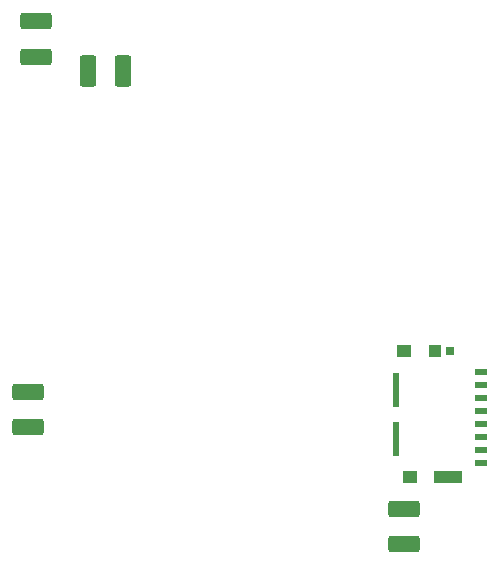
<source format=gbr>
%TF.GenerationSoftware,KiCad,Pcbnew,(6.0.2)*%
%TF.CreationDate,2022-04-05T14:05:12-06:00*%
%TF.ProjectId,F4Lite_THTV1,46344c69-7465-45f5-9448-5456312e6b69,rev?*%
%TF.SameCoordinates,Original*%
%TF.FileFunction,Paste,Top*%
%TF.FilePolarity,Positive*%
%FSLAX46Y46*%
G04 Gerber Fmt 4.6, Leading zero omitted, Abs format (unit mm)*
G04 Created by KiCad (PCBNEW (6.0.2)) date 2022-04-05 14:05:12*
%MOMM*%
%LPD*%
G01*
G04 APERTURE LIST*
G04 Aperture macros list*
%AMRoundRect*
0 Rectangle with rounded corners*
0 $1 Rounding radius*
0 $2 $3 $4 $5 $6 $7 $8 $9 X,Y pos of 4 corners*
0 Add a 4 corners polygon primitive as box body*
4,1,4,$2,$3,$4,$5,$6,$7,$8,$9,$2,$3,0*
0 Add four circle primitives for the rounded corners*
1,1,$1+$1,$2,$3*
1,1,$1+$1,$4,$5*
1,1,$1+$1,$6,$7*
1,1,$1+$1,$8,$9*
0 Add four rect primitives between the rounded corners*
20,1,$1+$1,$2,$3,$4,$5,0*
20,1,$1+$1,$4,$5,$6,$7,0*
20,1,$1+$1,$6,$7,$8,$9,0*
20,1,$1+$1,$8,$9,$2,$3,0*%
G04 Aperture macros list end*
%ADD10RoundRect,0.250001X0.462499X1.074999X-0.462499X1.074999X-0.462499X-1.074999X0.462499X-1.074999X0*%
%ADD11RoundRect,0.250001X-1.074999X0.462499X-1.074999X-0.462499X1.074999X-0.462499X1.074999X0.462499X0*%
%ADD12R,0.550000X2.910000*%
%ADD13R,1.000000X0.500000*%
%ADD14R,0.780000X0.720000*%
%ADD15R,1.200000X1.050000*%
%ADD16R,2.390000X1.050000*%
%ADD17R,1.080000X1.050000*%
G04 APERTURE END LIST*
D10*
%TO.C,C2*%
X130746500Y-74676000D03*
X127771500Y-74676000D03*
%TD*%
D11*
%TO.C,C3*%
X122682000Y-101854000D03*
X122682000Y-104829000D03*
%TD*%
D12*
%TO.C,J5*%
X153860720Y-105890520D03*
X153860720Y-101700520D03*
D13*
X161095720Y-100195520D03*
X161095720Y-101295520D03*
X161095720Y-102395520D03*
X161095720Y-103495520D03*
X161095720Y-104595520D03*
X161095720Y-105695520D03*
X161095720Y-106795520D03*
X161095720Y-107895520D03*
D14*
X158415720Y-98435520D03*
D15*
X155105720Y-109070520D03*
D16*
X158290720Y-109070520D03*
D15*
X154535720Y-98425520D03*
D17*
X157145720Y-98435520D03*
%TD*%
D11*
%TO.C,C1*%
X123380500Y-70494500D03*
X123380500Y-73469500D03*
%TD*%
%TO.C,C4*%
X154533600Y-111775240D03*
X154533600Y-114750240D03*
%TD*%
M02*

</source>
